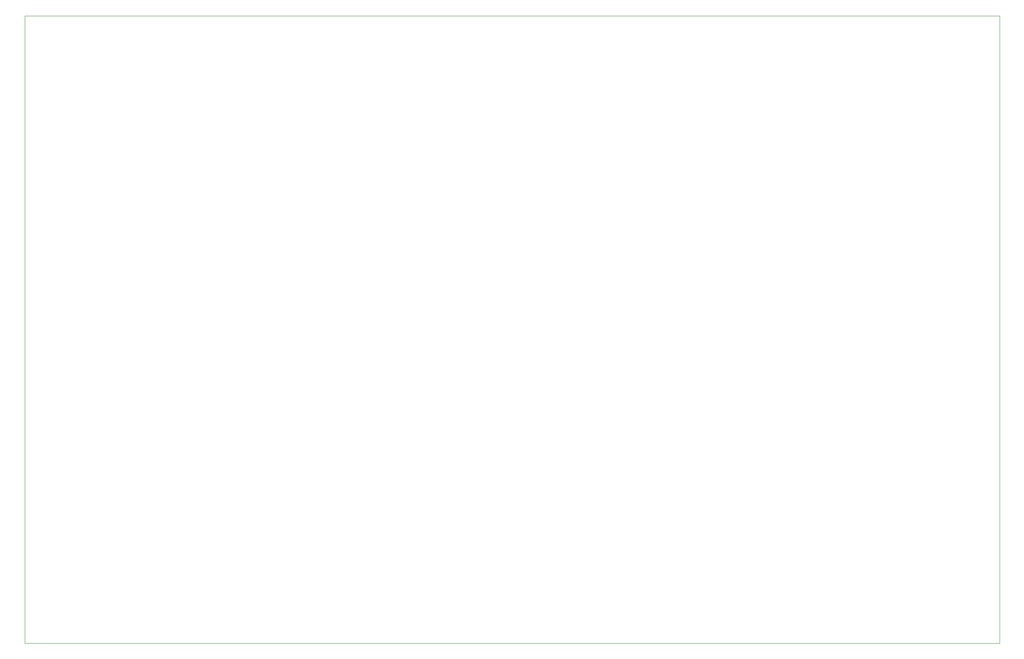
<source format=gbr>
%TF.GenerationSoftware,KiCad,Pcbnew,7.0.1*%
%TF.CreationDate,2023-03-27T20:51:40+10:00*%
%TF.ProjectId,RemoteHF,52656d6f-7465-4484-962e-6b696361645f,rev?*%
%TF.SameCoordinates,Original*%
%TF.FileFunction,Profile,NP*%
%FSLAX46Y46*%
G04 Gerber Fmt 4.6, Leading zero omitted, Abs format (unit mm)*
G04 Created by KiCad (PCBNEW 7.0.1) date 2023-03-27 20:51:40*
%MOMM*%
%LPD*%
G01*
G04 APERTURE LIST*
%TA.AperFunction,Profile*%
%ADD10C,0.100000*%
%TD*%
G04 APERTURE END LIST*
D10*
X38182500Y-21590000D02*
X241300000Y-21590000D01*
X38182500Y-21590000D02*
X38100000Y-21590000D01*
X38100000Y-152400000D02*
X38100000Y-21590000D01*
X38100000Y-152400000D02*
X241300000Y-152400000D01*
X241300000Y-21590000D02*
X241300000Y-152400000D01*
M02*

</source>
